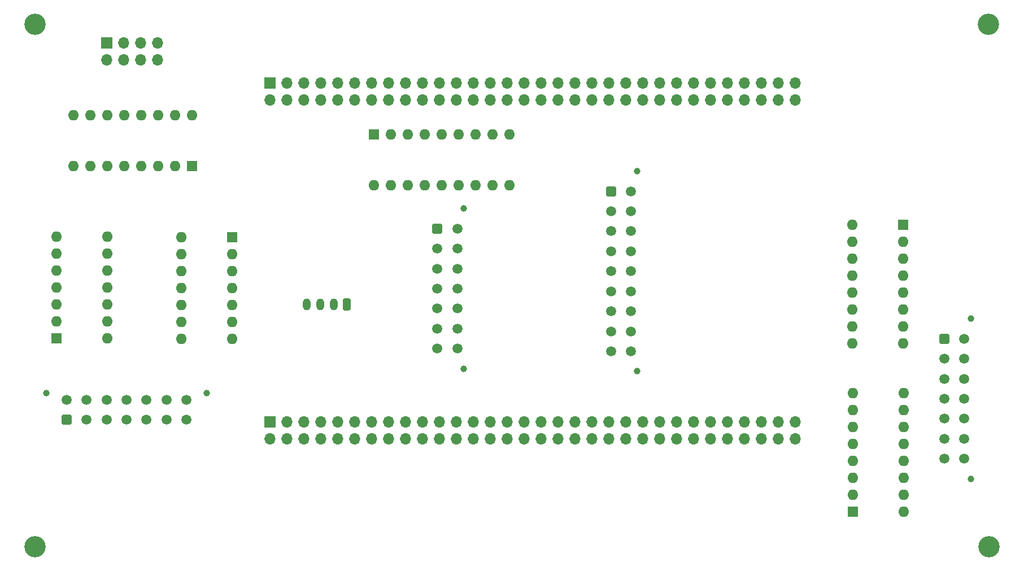
<source format=gbr>
%TF.GenerationSoftware,KiCad,Pcbnew,(6.0.9)*%
%TF.CreationDate,2022-12-05T20:20:54+01:00*%
%TF.ProjectId,projekt,70726f6a-656b-4742-9e6b-696361645f70,rev?*%
%TF.SameCoordinates,Original*%
%TF.FileFunction,Soldermask,Bot*%
%TF.FilePolarity,Negative*%
%FSLAX46Y46*%
G04 Gerber Fmt 4.6, Leading zero omitted, Abs format (unit mm)*
G04 Created by KiCad (PCBNEW (6.0.9)) date 2022-12-05 20:20:54*
%MOMM*%
%LPD*%
G01*
G04 APERTURE LIST*
G04 Aperture macros list*
%AMRoundRect*
0 Rectangle with rounded corners*
0 $1 Rounding radius*
0 $2 $3 $4 $5 $6 $7 $8 $9 X,Y pos of 4 corners*
0 Add a 4 corners polygon primitive as box body*
4,1,4,$2,$3,$4,$5,$6,$7,$8,$9,$2,$3,0*
0 Add four circle primitives for the rounded corners*
1,1,$1+$1,$2,$3*
1,1,$1+$1,$4,$5*
1,1,$1+$1,$6,$7*
1,1,$1+$1,$8,$9*
0 Add four rect primitives between the rounded corners*
20,1,$1+$1,$2,$3,$4,$5,0*
20,1,$1+$1,$4,$5,$6,$7,0*
20,1,$1+$1,$6,$7,$8,$9,0*
20,1,$1+$1,$8,$9,$2,$3,0*%
G04 Aperture macros list end*
%ADD10C,3.200000*%
%ADD11R,1.700000X1.700000*%
%ADD12O,1.700000X1.700000*%
%ADD13R,1.600000X1.600000*%
%ADD14O,1.600000X1.600000*%
%ADD15RoundRect,0.250000X0.350000X0.650000X-0.350000X0.650000X-0.350000X-0.650000X0.350000X-0.650000X0*%
%ADD16O,1.200000X1.800000*%
%ADD17C,1.000000*%
%ADD18RoundRect,0.250001X-0.499999X0.499999X-0.499999X-0.499999X0.499999X-0.499999X0.499999X0.499999X0*%
%ADD19C,1.500000*%
%ADD20RoundRect,0.250001X-0.499999X-0.499999X0.499999X-0.499999X0.499999X0.499999X-0.499999X0.499999X0*%
G04 APERTURE END LIST*
D10*
%TO.C,REF1*%
X23545800Y-101828600D03*
%TD*%
D11*
%TO.C,P2*%
X58716000Y-83150000D03*
D12*
X58716000Y-85690000D03*
X61256000Y-83150000D03*
X61256000Y-85690000D03*
X63796000Y-83150000D03*
X63796000Y-85690000D03*
X66336000Y-83150000D03*
X66336000Y-85690000D03*
X68876000Y-83150000D03*
X68876000Y-85690000D03*
X71416000Y-83150000D03*
X71416000Y-85690000D03*
X73956000Y-83150000D03*
X73956000Y-85690000D03*
X76496000Y-83150000D03*
X76496000Y-85690000D03*
X79036000Y-83150000D03*
X79036000Y-85690000D03*
X81576000Y-83150000D03*
X81576000Y-85690000D03*
X84116000Y-83150000D03*
X84116000Y-85690000D03*
X86656000Y-83150000D03*
X86656000Y-85690000D03*
X89196000Y-83150000D03*
X89196000Y-85690000D03*
X91736000Y-83150000D03*
X91736000Y-85690000D03*
X94276000Y-83150000D03*
X94276000Y-85690000D03*
X96816000Y-83150000D03*
X96816000Y-85690000D03*
X99356000Y-83150000D03*
X99356000Y-85690000D03*
X101896000Y-83150000D03*
X101896000Y-85690000D03*
X104436000Y-83150000D03*
X104436000Y-85690000D03*
X106976000Y-83150000D03*
X106976000Y-85690000D03*
X109516000Y-83150000D03*
X109516000Y-85690000D03*
X112056000Y-83150000D03*
X112056000Y-85690000D03*
X114596000Y-83150000D03*
X114596000Y-85690000D03*
X117136000Y-83150000D03*
X117136000Y-85690000D03*
X119676000Y-83150000D03*
X119676000Y-85690000D03*
X122216000Y-83150000D03*
X122216000Y-85690000D03*
X124756000Y-83150000D03*
X124756000Y-85690000D03*
X127296000Y-83150000D03*
X127296000Y-85690000D03*
X129836000Y-83150000D03*
X129836000Y-85690000D03*
X132376000Y-83150000D03*
X132376000Y-85690000D03*
X134916000Y-83150000D03*
X134916000Y-85690000D03*
X137456000Y-83150000D03*
X137456000Y-85690000D03*
%TD*%
D10*
%TO.C,REF4*%
X166510000Y-101810000D03*
%TD*%
%TO.C,REF2*%
X23530000Y-23500000D03*
%TD*%
D11*
%TO.C,J2*%
X34300000Y-26269000D03*
D12*
X34300000Y-28809000D03*
X36840000Y-26269000D03*
X36840000Y-28809000D03*
X39380000Y-26269000D03*
X39380000Y-28809000D03*
X41920000Y-26269000D03*
X41920000Y-28809000D03*
%TD*%
D11*
%TO.C,P1*%
X58715000Y-32344000D03*
D12*
X58715000Y-34884000D03*
X61255000Y-32344000D03*
X61255000Y-34884000D03*
X63795000Y-32344000D03*
X63795000Y-34884000D03*
X66335000Y-32344000D03*
X66335000Y-34884000D03*
X68875000Y-32344000D03*
X68875000Y-34884000D03*
X71415000Y-32344000D03*
X71415000Y-34884000D03*
X73955000Y-32344000D03*
X73955000Y-34884000D03*
X76495000Y-32344000D03*
X76495000Y-34884000D03*
X79035000Y-32344000D03*
X79035000Y-34884000D03*
X81575000Y-32344000D03*
X81575000Y-34884000D03*
X84115000Y-32344000D03*
X84115000Y-34884000D03*
X86655000Y-32344000D03*
X86655000Y-34884000D03*
X89195000Y-32344000D03*
X89195000Y-34884000D03*
X91735000Y-32344000D03*
X91735000Y-34884000D03*
X94275000Y-32344000D03*
X94275000Y-34884000D03*
X96815000Y-32344000D03*
X96815000Y-34884000D03*
X99355000Y-32344000D03*
X99355000Y-34884000D03*
X101895000Y-32344000D03*
X101895000Y-34884000D03*
X104435000Y-32344000D03*
X104435000Y-34884000D03*
X106975000Y-32344000D03*
X106975000Y-34884000D03*
X109515000Y-32344000D03*
X109515000Y-34884000D03*
X112055000Y-32344000D03*
X112055000Y-34884000D03*
X114595000Y-32344000D03*
X114595000Y-34884000D03*
X117135000Y-32344000D03*
X117135000Y-34884000D03*
X119675000Y-32344000D03*
X119675000Y-34884000D03*
X122215000Y-32344000D03*
X122215000Y-34884000D03*
X124755000Y-32344000D03*
X124755000Y-34884000D03*
X127295000Y-32344000D03*
X127295000Y-34884000D03*
X129835000Y-32344000D03*
X129835000Y-34884000D03*
X132375000Y-32344000D03*
X132375000Y-34884000D03*
X134915000Y-32344000D03*
X134915000Y-34884000D03*
X137455000Y-32344000D03*
X137455000Y-34884000D03*
%TD*%
D10*
%TO.C,REF3*%
X166440000Y-23530000D03*
%TD*%
D13*
%TO.C,U7*%
X74295000Y-39979600D03*
D14*
X76835000Y-39979600D03*
X79375000Y-39979600D03*
X81915000Y-39979600D03*
X84455000Y-39979600D03*
X86995000Y-39979600D03*
X89535000Y-39979600D03*
X92075000Y-39979600D03*
X94615000Y-39979600D03*
X94615000Y-47599600D03*
X92075000Y-47599600D03*
X89535000Y-47599600D03*
X86995000Y-47599600D03*
X84455000Y-47599600D03*
X81915000Y-47599600D03*
X79375000Y-47599600D03*
X76835000Y-47599600D03*
X74295000Y-47599600D03*
%TD*%
D13*
%TO.C,U1*%
X53101400Y-55417800D03*
D14*
X53101400Y-57957800D03*
X53101400Y-60497800D03*
X53101400Y-63037800D03*
X53101400Y-65577800D03*
X53101400Y-68117800D03*
X53101400Y-70657800D03*
X45481400Y-70657800D03*
X45481400Y-68117800D03*
X45481400Y-65577800D03*
X45481400Y-63037800D03*
X45481400Y-60497800D03*
X45481400Y-57957800D03*
X45481400Y-55417800D03*
%TD*%
D13*
%TO.C,U6*%
X146085400Y-96606600D03*
D14*
X146085400Y-94066600D03*
X146085400Y-91526600D03*
X146085400Y-88986600D03*
X146085400Y-86446600D03*
X146085400Y-83906600D03*
X146085400Y-81366600D03*
X146085400Y-78826600D03*
X153705400Y-78826600D03*
X153705400Y-81366600D03*
X153705400Y-83906600D03*
X153705400Y-86446600D03*
X153705400Y-88986600D03*
X153705400Y-91526600D03*
X153705400Y-94066600D03*
X153705400Y-96606600D03*
%TD*%
D15*
%TO.C,J6*%
X70281800Y-65481200D03*
D16*
X68281800Y-65481200D03*
X66281800Y-65481200D03*
X64281800Y-65481200D03*
%TD*%
D17*
%TO.C,J4*%
X113820000Y-45534000D03*
X113820000Y-75534000D03*
D18*
X109880000Y-48534000D03*
D19*
X109880000Y-51534000D03*
X109880000Y-54534000D03*
X109880000Y-57534000D03*
X109880000Y-60534000D03*
X109880000Y-63534000D03*
X109880000Y-66534000D03*
X109880000Y-69534000D03*
X109880000Y-72534000D03*
X112880000Y-48534000D03*
X112880000Y-51534000D03*
X112880000Y-54534000D03*
X112880000Y-57534000D03*
X112880000Y-60534000D03*
X112880000Y-63534000D03*
X112880000Y-66534000D03*
X112880000Y-69534000D03*
X112880000Y-72534000D03*
%TD*%
D17*
%TO.C,J5*%
X87780000Y-75134000D03*
X87780000Y-51134000D03*
D18*
X83840000Y-54134000D03*
D19*
X83840000Y-57134000D03*
X83840000Y-60134000D03*
X83840000Y-63134000D03*
X83840000Y-66134000D03*
X83840000Y-69134000D03*
X83840000Y-72134000D03*
X86840000Y-54134000D03*
X86840000Y-57134000D03*
X86840000Y-60134000D03*
X86840000Y-63134000D03*
X86840000Y-66134000D03*
X86840000Y-69134000D03*
X86840000Y-72134000D03*
%TD*%
D13*
%TO.C,U3*%
X153660000Y-53609000D03*
D14*
X153660000Y-56149000D03*
X153660000Y-58689000D03*
X153660000Y-61229000D03*
X153660000Y-63769000D03*
X153660000Y-66309000D03*
X153660000Y-68849000D03*
X153660000Y-71389000D03*
X146040000Y-71389000D03*
X146040000Y-68849000D03*
X146040000Y-66309000D03*
X146040000Y-63769000D03*
X146040000Y-61229000D03*
X146040000Y-58689000D03*
X146040000Y-56149000D03*
X146040000Y-53609000D03*
%TD*%
D17*
%TO.C,J7*%
X49244800Y-78838600D03*
X25244800Y-78838600D03*
D20*
X28244800Y-82778600D03*
D19*
X31244800Y-82778600D03*
X34244800Y-82778600D03*
X37244800Y-82778600D03*
X40244800Y-82778600D03*
X43244800Y-82778600D03*
X46244800Y-82778600D03*
X28244800Y-79778600D03*
X31244800Y-79778600D03*
X34244800Y-79778600D03*
X37244800Y-79778600D03*
X40244800Y-79778600D03*
X43244800Y-79778600D03*
X46244800Y-79778600D03*
%TD*%
D13*
%TO.C,U4*%
X47076600Y-44770200D03*
D14*
X44536600Y-44770200D03*
X41996600Y-44770200D03*
X39456600Y-44770200D03*
X36916600Y-44770200D03*
X34376600Y-44770200D03*
X31836600Y-44770200D03*
X29296600Y-44770200D03*
X29296600Y-37150200D03*
X31836600Y-37150200D03*
X34376600Y-37150200D03*
X36916600Y-37150200D03*
X39456600Y-37150200D03*
X41996600Y-37150200D03*
X44536600Y-37150200D03*
X47076600Y-37150200D03*
%TD*%
D17*
%TO.C,J1*%
X163780000Y-67646000D03*
X163780000Y-91646000D03*
D18*
X159840000Y-70646000D03*
D19*
X159840000Y-73646000D03*
X159840000Y-76646000D03*
X159840000Y-79646000D03*
X159840000Y-82646000D03*
X159840000Y-85646000D03*
X159840000Y-88646000D03*
X162840000Y-70646000D03*
X162840000Y-73646000D03*
X162840000Y-76646000D03*
X162840000Y-79646000D03*
X162840000Y-82646000D03*
X162840000Y-85646000D03*
X162840000Y-88646000D03*
%TD*%
D13*
%TO.C,U5*%
X26705400Y-70591600D03*
D14*
X26705400Y-68051600D03*
X26705400Y-65511600D03*
X26705400Y-62971600D03*
X26705400Y-60431600D03*
X26705400Y-57891600D03*
X26705400Y-55351600D03*
X34325400Y-55351600D03*
X34325400Y-57891600D03*
X34325400Y-60431600D03*
X34325400Y-62971600D03*
X34325400Y-65511600D03*
X34325400Y-68051600D03*
X34325400Y-70591600D03*
%TD*%
M02*

</source>
